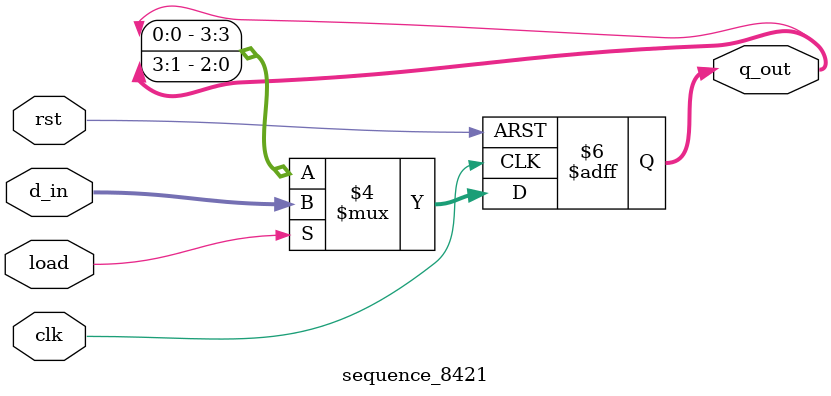
<source format=v>
`timescale 1ns / 1ps

module sequence_8421 #(parameter n=4)(
        input [n-1:0] d_in,
        input clk,load,rst,
        output reg [n-1:0] q_out
    );
    always @(posedge clk, negedge rst)
    begin
        if(!rst)
            q_out <= 0;
        else
        begin 
            if(load)
                q_out <= d_in;
            else
            begin
                q_out <= {q_out[0], q_out[3:1]};
            end
                
        end      
    end
endmodule

</source>
